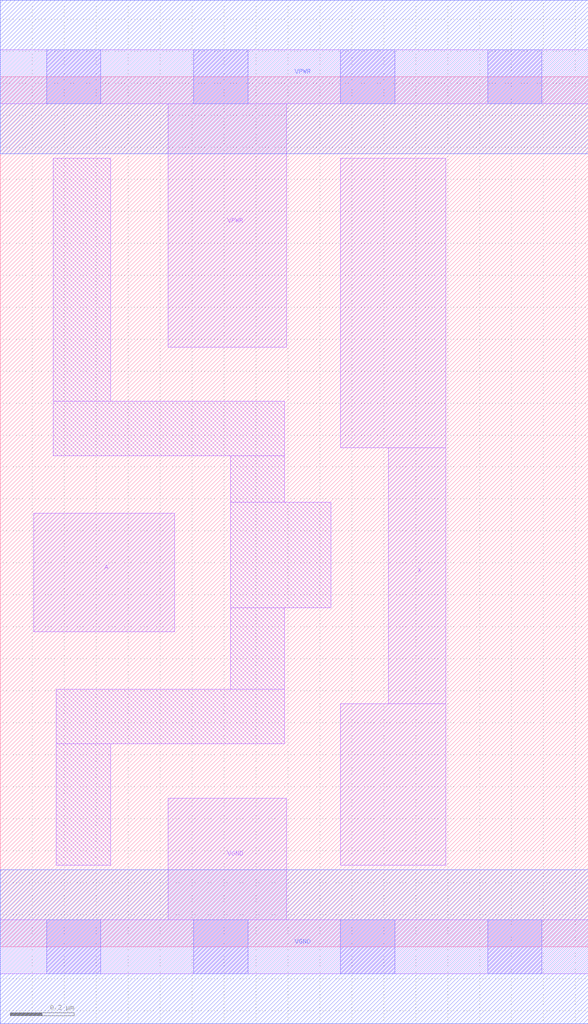
<source format=lef>
# Copyright 2020 The SkyWater PDK Authors
#
# Licensed under the Apache License, Version 2.0 (the "License");
# you may not use this file except in compliance with the License.
# You may obtain a copy of the License at
#
#     https://www.apache.org/licenses/LICENSE-2.0
#
# Unless required by applicable law or agreed to in writing, software
# distributed under the License is distributed on an "AS IS" BASIS,
# WITHOUT WARRANTIES OR CONDITIONS OF ANY KIND, either express or implied.
# See the License for the specific language governing permissions and
# limitations under the License.
#
# SPDX-License-Identifier: Apache-2.0

VERSION 5.7 ;
BUSBITCHARS "[]" ;
DIVIDERCHAR "/" ;
PROPERTYDEFINITIONS
  MACRO maskLayoutSubType STRING ;
  MACRO prCellType STRING ;
  MACRO originalViewName STRING ;
END PROPERTYDEFINITIONS
MACRO sky130_fd_sc_hdll__buf_1
  ORIGIN  0.000000  0.000000 ;
  CLASS CORE ;
  SYMMETRY X Y R90 ;
  SIZE  1.840000 BY  2.720000 ;
  SITE unithd ;
  PIN A
    ANTENNAGATEAREA  0.220200 ;
    DIRECTION INPUT ;
    USE SIGNAL ;
    PORT
      LAYER li1 ;
        RECT 0.105000 0.985000 0.545000 1.355000 ;
    END
  END A
  PIN X
    ANTENNADIFFAREA  0.348500 ;
    DIRECTION OUTPUT ;
    USE SIGNAL ;
    PORT
      LAYER li1 ;
        RECT 1.065000 0.255000 1.395000 0.760000 ;
        RECT 1.065000 1.560000 1.395000 2.465000 ;
        RECT 1.215000 0.760000 1.395000 1.560000 ;
    END
  END X
  PIN VGND
    DIRECTION INOUT ;
    USE GROUND ;
    PORT
      LAYER li1 ;
        RECT 0.000000 -0.085000 1.840000 0.085000 ;
        RECT 0.525000  0.085000 0.895000 0.465000 ;
      LAYER met1 ;
        RECT 0.000000 -0.240000 1.840000 0.240000 ;
    END
  END VGND
  PIN VPWR
    DIRECTION INOUT ;
    USE POWER ;
    PORT
      LAYER li1 ;
        RECT 0.000000 2.635000 1.840000 2.805000 ;
        RECT 0.525000 1.875000 0.895000 2.635000 ;
      LAYER met1 ;
        RECT 0.000000 2.480000 1.840000 2.960000 ;
    END
  END VPWR
  OBS
    LAYER li1 ;
      RECT 0.165000 1.535000 0.890000 1.705000 ;
      RECT 0.165000 1.705000 0.345000 2.465000 ;
      RECT 0.175000 0.255000 0.345000 0.635000 ;
      RECT 0.175000 0.635000 0.890000 0.805000 ;
      RECT 0.720000 0.805000 0.890000 1.060000 ;
      RECT 0.720000 1.060000 1.035000 1.390000 ;
      RECT 0.720000 1.390000 0.890000 1.535000 ;
    LAYER mcon ;
      RECT 0.145000 -0.085000 0.315000 0.085000 ;
      RECT 0.145000  2.635000 0.315000 2.805000 ;
      RECT 0.605000 -0.085000 0.775000 0.085000 ;
      RECT 0.605000  2.635000 0.775000 2.805000 ;
      RECT 1.065000 -0.085000 1.235000 0.085000 ;
      RECT 1.065000  2.635000 1.235000 2.805000 ;
      RECT 1.525000 -0.085000 1.695000 0.085000 ;
      RECT 1.525000  2.635000 1.695000 2.805000 ;
  END
  PROPERTY maskLayoutSubType "abstract" ;
  PROPERTY prCellType "standard" ;
  PROPERTY originalViewName "layout" ;
END sky130_fd_sc_hdll__buf_1

</source>
